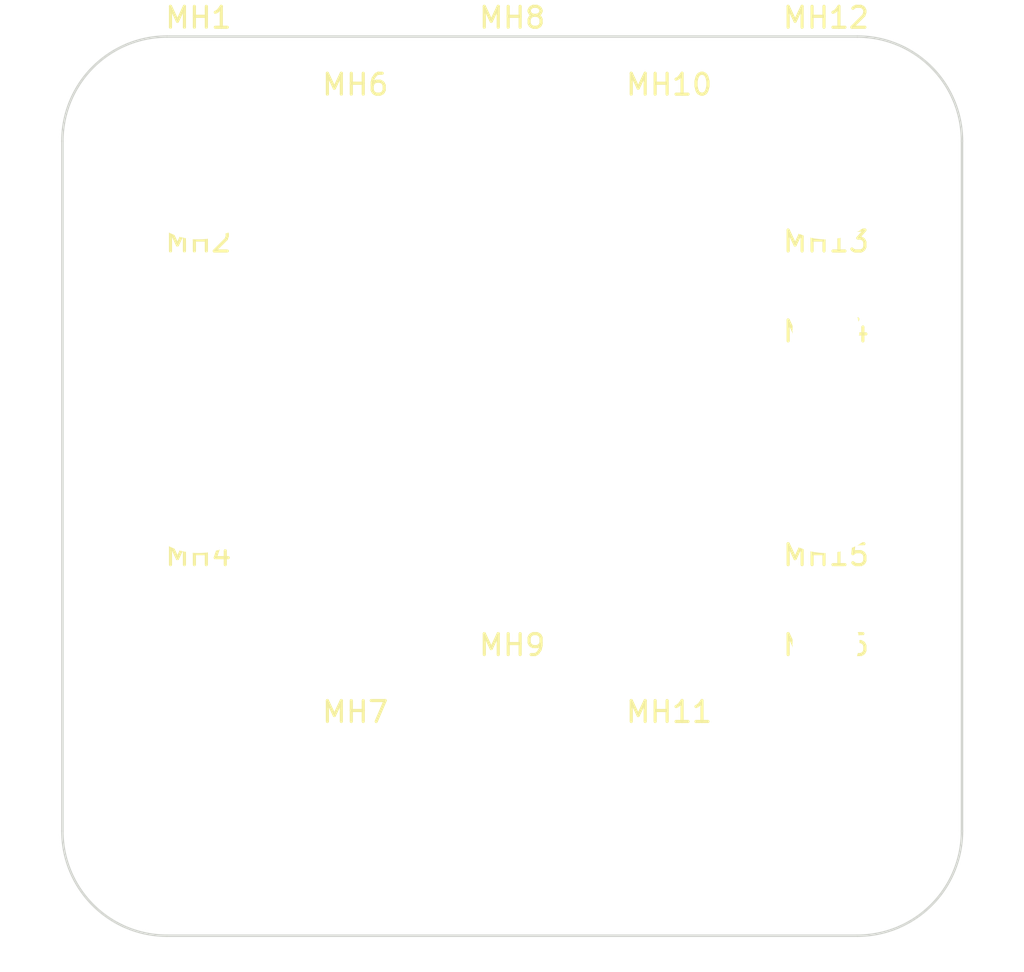
<source format=kicad_pcb>
(kicad_pcb (version 20221018) (generator pcbnew)
  (layers (0 "F.Cu" signal) (31 "B.Cu" signal) (34 "B.Paste" user) (35 "F.Paste" user) (36 "B.SilkS" user "B.Silkscreen") (37 "F.SilkS" user "F.Silkscreen") (38 "B.Mask" user) (39 "F.Mask" user) (44 "Edge.Cuts" user))
  (net 0 "")
  (footprint "MountingHole_6.4mm_M6" (layer "F.Cu") (at -15.0 -15.0)
    (fp_text reference "MH1" (at 0 -7.4) (layer "F.SilkS"))
    (fp_text value "MountingHole_6.4mm_M6")
    (pad "" np_thru_hole circle (at 0 0) (size 6.4 6.4) (drill 6.4) (layers *.Cu *.Mask))
  )
  (footprint "MountingHole_3.2mm_M3" (layer "F.Cu") (at -15.0 -7.5)
    (fp_text reference "MH2" (at 0 -4.2) (layer "F.SilkS"))
    (fp_text value "MountingHole_3.2mm_M3")
    (pad "" np_thru_hole circle (at 0 0) (size 3.2 3.2) (drill 3.2) (layers *.Cu *.Mask))
  )
  (footprint "MountingHole_6.4mm_M6" (layer "F.Cu") (at -15.0 0.0)
    (fp_text reference "MH3" (at 0 -7.4) (layer "F.SilkS"))
    (fp_text value "MountingHole_6.4mm_M6")
    (pad "" np_thru_hole circle (at 0 0) (size 6.4 6.4) (drill 6.4) (layers *.Cu *.Mask))
  )
  (footprint "MountingHole_3.2mm_M3" (layer "F.Cu") (at -15.0 7.5)
    (fp_text reference "MH4" (at 0 -4.2) (layer "F.SilkS"))
    (fp_text value "MountingHole_3.2mm_M3")
    (pad "" np_thru_hole circle (at 0 0) (size 3.2 3.2) (drill 3.2) (layers *.Cu *.Mask))
  )
  (footprint "MountingHole_6.4mm_M6" (layer "F.Cu") (at -15.0 15.0)
    (fp_text reference "MH5" (at 0 -7.4) (layer "F.SilkS"))
    (fp_text value "MountingHole_6.4mm_M6")
    (pad "" np_thru_hole circle (at 0 0) (size 6.4 6.4) (drill 6.4) (layers *.Cu *.Mask))
  )
  (footprint "MountingHole_3.2mm_M3" (layer "F.Cu") (at -7.5 -15.0)
    (fp_text reference "MH6" (at 0 -4.2) (layer "F.SilkS"))
    (fp_text value "MountingHole_3.2mm_M3")
    (pad "" np_thru_hole circle (at 0 0) (size 3.2 3.2) (drill 3.2) (layers *.Cu *.Mask))
  )
  (footprint "MountingHole_3.2mm_M3" (layer "F.Cu") (at -7.5 15.0)
    (fp_text reference "MH7" (at 0 -4.2) (layer "F.SilkS"))
    (fp_text value "MountingHole_3.2mm_M3")
    (pad "" np_thru_hole circle (at 0 0) (size 3.2 3.2) (drill 3.2) (layers *.Cu *.Mask))
  )
  (footprint "MountingHole_6.4mm_M6" (layer "F.Cu") (at 0.0 -15.0)
    (fp_text reference "MH8" (at 0 -7.4) (layer "F.SilkS"))
    (fp_text value "MountingHole_6.4mm_M6")
    (pad "" np_thru_hole circle (at 0 0) (size 6.4 6.4) (drill 6.4) (layers *.Cu *.Mask))
  )
  (footprint "MountingHole_6.4mm_M6" (layer "F.Cu") (at 0.0 15.0)
    (fp_text reference "MH9" (at 0 -7.4) (layer "F.SilkS"))
    (fp_text value "MountingHole_6.4mm_M6")
    (pad "" np_thru_hole circle (at 0 0) (size 6.4 6.4) (drill 6.4) (layers *.Cu *.Mask))
  )
  (footprint "MountingHole_3.2mm_M3" (layer "F.Cu") (at 7.5 -15.0)
    (fp_text reference "MH10" (at 0 -4.2) (layer "F.SilkS"))
    (fp_text value "MountingHole_3.2mm_M3")
    (pad "" np_thru_hole circle (at 0 0) (size 3.2 3.2) (drill 3.2) (layers *.Cu *.Mask))
  )
  (footprint "MountingHole_3.2mm_M3" (layer "F.Cu") (at 7.5 15.0)
    (fp_text reference "MH11" (at 0 -4.2) (layer "F.SilkS"))
    (fp_text value "MountingHole_3.2mm_M3")
    (pad "" np_thru_hole circle (at 0 0) (size 3.2 3.2) (drill 3.2) (layers *.Cu *.Mask))
  )
  (footprint "MountingHole_6.4mm_M6" (layer "F.Cu") (at 15.0 -15.0)
    (fp_text reference "MH12" (at 0 -7.4) (layer "F.SilkS"))
    (fp_text value "MountingHole_6.4mm_M6")
    (pad "" np_thru_hole circle (at 0 0) (size 6.4 6.4) (drill 6.4) (layers *.Cu *.Mask))
  )
  (footprint "MountingHole_3.2mm_M3" (layer "F.Cu") (at 15.0 -7.5)
    (fp_text reference "MH13" (at 0 -4.2) (layer "F.SilkS"))
    (fp_text value "MountingHole_3.2mm_M3")
    (pad "" np_thru_hole circle (at 0 0) (size 3.2 3.2) (drill 3.2) (layers *.Cu *.Mask))
  )
  (footprint "MountingHole_6.4mm_M6" (layer "F.Cu") (at 15.0 0.0)
    (fp_text reference "MH14" (at 0 -7.4) (layer "F.SilkS"))
    (fp_text value "MountingHole_6.4mm_M6")
    (pad "" np_thru_hole circle (at 0 0) (size 6.4 6.4) (drill 6.4) (layers *.Cu *.Mask))
  )
  (footprint "MountingHole_3.2mm_M3" (layer "F.Cu") (at 15.0 7.5)
    (fp_text reference "MH15" (at 0 -4.2) (layer "F.SilkS"))
    (fp_text value "MountingHole_3.2mm_M3")
    (pad "" np_thru_hole circle (at 0 0) (size 3.2 3.2) (drill 3.2) (layers *.Cu *.Mask))
  )
  (footprint "MountingHole_6.4mm_M6" (layer "F.Cu") (at 15.0 15.0)
    (fp_text reference "MH16" (at 0 -7.4) (layer "F.SilkS"))
    (fp_text value "MountingHole_6.4mm_M6")
    (pad "" np_thru_hole circle (at 0 0) (size 6.4 6.4) (drill 6.4) (layers *.Cu *.Mask))
  )
  (gr_line (start -16.5 -21.5) (end 16.5 -21.5) (layer "Edge.Cuts") (width 0.12))
  (gr_line (start -16.5 21.5) (end 16.5 21.5) (layer "Edge.Cuts") (width 0.12))
  (gr_line (start -21.5 -16.5) (end -21.5 16.5) (layer "Edge.Cuts") (width 0.12))
  (gr_line (start 21.5 -16.5) (end 21.5 16.5) (layer "Edge.Cuts") (width 0.12))
  (gr_arc (start -21.5 -16.5) (mid -20.035533905932738 -20.035533905932738) (end -16.5 -21.5) (layer "Edge.Cuts") (width 0.12))
  (gr_arc (start 21.5 -16.5) (mid 20.035533905932738 -20.035533905932738) (end 16.5 -21.5) (layer "Edge.Cuts") (width 0.12))
  (gr_arc (start 21.5 16.5) (mid 20.035533905932738 20.035533905932738) (end 16.5 21.5) (layer "Edge.Cuts") (width 0.12))
  (gr_arc (start -21.5 16.5) (mid -20.035533905932738 20.035533905932738) (end -16.5 21.5) (layer "Edge.Cuts") (width 0.12))
)
</source>
